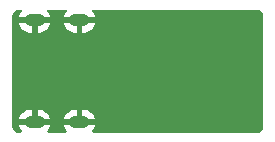
<source format=gbr>
%TF.GenerationSoftware,KiCad,Pcbnew,9.0.7*%
%TF.CreationDate,2026-02-05T00:19:01+08:00*%
%TF.ProjectId,usb_led,7573625f-6c65-4642-9e6b-696361645f70,v1.0.0*%
%TF.SameCoordinates,Original*%
%TF.FileFunction,Copper,L2,Bot*%
%TF.FilePolarity,Positive*%
%FSLAX46Y46*%
G04 Gerber Fmt 4.6, Leading zero omitted, Abs format (unit mm)*
G04 Created by KiCad (PCBNEW 9.0.7) date 2026-02-05 00:19:01*
%MOMM*%
%LPD*%
G01*
G04 APERTURE LIST*
%TA.AperFunction,HeatsinkPad*%
%ADD10O,1.700000X1.100000*%
%TD*%
%TA.AperFunction,ViaPad*%
%ADD11C,1.000000*%
%TD*%
G04 APERTURE END LIST*
D10*
%TO.P,J1,S1,SHIELD*%
%TO.N,GND*%
X6175000Y10035000D03*
X2375000Y10035000D03*
X6175000Y1395000D03*
X2375000Y1395000D03*
%TD*%
D11*
%TO.N,GND*%
X14605000Y9525000D03*
X14605000Y1905000D03*
X19685000Y1905000D03*
X2540000Y5715000D03*
X19685000Y9525000D03*
X10795000Y5715000D03*
%TD*%
%TA.AperFunction,Conductor*%
%TO.N,GND*%
G36*
X1252251Y10909815D02*
G01*
X1298006Y10857011D01*
X1307950Y10787853D01*
X1278925Y10724297D01*
X1272893Y10717819D01*
X1259413Y10704340D01*
X1259410Y10704336D01*
X1144505Y10532369D01*
X1144500Y10532359D01*
X1065351Y10341277D01*
X1065350Y10341275D01*
X1054157Y10285000D01*
X1908012Y10285000D01*
X1890795Y10275060D01*
X1834940Y10219205D01*
X1795444Y10150796D01*
X1775000Y10074496D01*
X1775000Y9995504D01*
X1795444Y9919204D01*
X1834940Y9850795D01*
X1890795Y9794940D01*
X1908012Y9785000D01*
X1054157Y9785000D01*
X1065350Y9728726D01*
X1065351Y9728724D01*
X1144500Y9537642D01*
X1144505Y9537632D01*
X1259410Y9365665D01*
X1259413Y9365661D01*
X1405660Y9219414D01*
X1405664Y9219411D01*
X1577631Y9104506D01*
X1577641Y9104501D01*
X1768725Y9025351D01*
X1768733Y9025349D01*
X1971579Y8985001D01*
X1971583Y8985000D01*
X2125000Y8985000D01*
X2125000Y9735000D01*
X2625000Y9735000D01*
X2625000Y8985000D01*
X2778417Y8985000D01*
X2778420Y8985001D01*
X2981266Y9025349D01*
X2981274Y9025351D01*
X3172358Y9104501D01*
X3172368Y9104506D01*
X3344335Y9219411D01*
X3344339Y9219414D01*
X3490586Y9365661D01*
X3490589Y9365665D01*
X3605494Y9537632D01*
X3605499Y9537642D01*
X3684648Y9728724D01*
X3684649Y9728726D01*
X3695843Y9785000D01*
X2841988Y9785000D01*
X2859205Y9794940D01*
X2915060Y9850795D01*
X2954556Y9919204D01*
X2975000Y9995504D01*
X2975000Y10074496D01*
X2954556Y10150796D01*
X2915060Y10219205D01*
X2859205Y10275060D01*
X2841988Y10285000D01*
X3695843Y10285000D01*
X3684649Y10341275D01*
X3684648Y10341277D01*
X3605499Y10532359D01*
X3605494Y10532369D01*
X3490589Y10704336D01*
X3490586Y10704340D01*
X3477107Y10717819D01*
X3443622Y10779142D01*
X3448606Y10848834D01*
X3490478Y10904767D01*
X3555942Y10929184D01*
X3564788Y10929500D01*
X4985212Y10929500D01*
X5052251Y10909815D01*
X5098006Y10857011D01*
X5107950Y10787853D01*
X5078925Y10724297D01*
X5072893Y10717819D01*
X5059413Y10704340D01*
X5059410Y10704336D01*
X4944505Y10532369D01*
X4944500Y10532359D01*
X4865351Y10341277D01*
X4865350Y10341275D01*
X4854157Y10285000D01*
X5708012Y10285000D01*
X5690795Y10275060D01*
X5634940Y10219205D01*
X5595444Y10150796D01*
X5575000Y10074496D01*
X5575000Y9995504D01*
X5595444Y9919204D01*
X5634940Y9850795D01*
X5690795Y9794940D01*
X5708012Y9785000D01*
X4854157Y9785000D01*
X4865350Y9728726D01*
X4865351Y9728724D01*
X4944500Y9537642D01*
X4944505Y9537632D01*
X5059410Y9365665D01*
X5059413Y9365661D01*
X5205660Y9219414D01*
X5205664Y9219411D01*
X5377631Y9104506D01*
X5377641Y9104501D01*
X5568725Y9025351D01*
X5568733Y9025349D01*
X5771579Y8985001D01*
X5771583Y8985000D01*
X5925000Y8985000D01*
X5925000Y9735000D01*
X6425000Y9735000D01*
X6425000Y8985000D01*
X6578417Y8985000D01*
X6578420Y8985001D01*
X6781266Y9025349D01*
X6781274Y9025351D01*
X6972358Y9104501D01*
X6972368Y9104506D01*
X7144335Y9219411D01*
X7144339Y9219414D01*
X7290586Y9365661D01*
X7290589Y9365665D01*
X7405494Y9537632D01*
X7405499Y9537642D01*
X7484648Y9728724D01*
X7484649Y9728726D01*
X7495843Y9785000D01*
X6641988Y9785000D01*
X6659205Y9794940D01*
X6715060Y9850795D01*
X6754556Y9919204D01*
X6775000Y9995504D01*
X6775000Y10074496D01*
X6754556Y10150796D01*
X6715060Y10219205D01*
X6659205Y10275060D01*
X6641988Y10285000D01*
X7495843Y10285000D01*
X7484649Y10341275D01*
X7484648Y10341277D01*
X7405499Y10532359D01*
X7405494Y10532369D01*
X7290589Y10704336D01*
X7290586Y10704340D01*
X7277107Y10717819D01*
X7243622Y10779142D01*
X7248606Y10848834D01*
X7290478Y10904767D01*
X7355942Y10929184D01*
X7364788Y10929500D01*
X21159108Y10929500D01*
X21218038Y10929500D01*
X21231922Y10928720D01*
X21322266Y10918541D01*
X21349331Y10912364D01*
X21428540Y10884648D01*
X21453553Y10872602D01*
X21524606Y10827957D01*
X21546313Y10810645D01*
X21605644Y10751314D01*
X21622957Y10729605D01*
X21667600Y10658556D01*
X21679648Y10633538D01*
X21707362Y10554334D01*
X21713540Y10527265D01*
X21723720Y10436924D01*
X21724500Y10423039D01*
X21724500Y1006962D01*
X21723720Y993078D01*
X21723720Y993077D01*
X21713540Y902736D01*
X21707362Y875667D01*
X21679648Y796463D01*
X21667600Y771445D01*
X21622957Y700396D01*
X21605644Y678687D01*
X21546313Y619356D01*
X21524604Y602043D01*
X21453555Y557400D01*
X21428537Y545352D01*
X21349333Y517638D01*
X21322264Y511460D01*
X21242075Y502424D01*
X21231921Y501280D01*
X21218038Y500500D01*
X7364788Y500500D01*
X7297749Y520185D01*
X7251994Y572989D01*
X7242050Y642147D01*
X7271075Y705703D01*
X7277107Y712181D01*
X7290586Y725661D01*
X7290589Y725665D01*
X7405494Y897632D01*
X7405499Y897642D01*
X7484648Y1088724D01*
X7484649Y1088726D01*
X7495843Y1145000D01*
X6641988Y1145000D01*
X6659205Y1154940D01*
X6715060Y1210795D01*
X6754556Y1279204D01*
X6775000Y1355504D01*
X6775000Y1434496D01*
X6754556Y1510796D01*
X6715060Y1579205D01*
X6659205Y1635060D01*
X6641988Y1645000D01*
X7495843Y1645000D01*
X7484649Y1701275D01*
X7484648Y1701277D01*
X7405499Y1892359D01*
X7405494Y1892369D01*
X7290589Y2064336D01*
X7290586Y2064340D01*
X7144339Y2210587D01*
X7144335Y2210590D01*
X6972368Y2325495D01*
X6972358Y2325500D01*
X6781274Y2404650D01*
X6781266Y2404652D01*
X6578420Y2445000D01*
X6425000Y2445000D01*
X6425000Y1695000D01*
X5925000Y1695000D01*
X5925000Y2445000D01*
X5771579Y2445000D01*
X5568733Y2404652D01*
X5568725Y2404650D01*
X5377641Y2325500D01*
X5377631Y2325495D01*
X5205664Y2210590D01*
X5205660Y2210587D01*
X5059413Y2064340D01*
X5059410Y2064336D01*
X4944505Y1892369D01*
X4944500Y1892359D01*
X4865351Y1701277D01*
X4865350Y1701275D01*
X4854157Y1645000D01*
X5708012Y1645000D01*
X5690795Y1635060D01*
X5634940Y1579205D01*
X5595444Y1510796D01*
X5575000Y1434496D01*
X5575000Y1355504D01*
X5595444Y1279204D01*
X5634940Y1210795D01*
X5690795Y1154940D01*
X5708012Y1145000D01*
X4854157Y1145000D01*
X4865350Y1088726D01*
X4865351Y1088724D01*
X4944500Y897642D01*
X4944505Y897632D01*
X5059410Y725665D01*
X5059413Y725661D01*
X5072893Y712181D01*
X5106378Y650858D01*
X5101394Y581166D01*
X5059522Y525233D01*
X4994058Y500816D01*
X4985212Y500500D01*
X3564788Y500500D01*
X3497749Y520185D01*
X3451994Y572989D01*
X3442050Y642147D01*
X3471075Y705703D01*
X3477107Y712181D01*
X3490586Y725661D01*
X3490589Y725665D01*
X3605494Y897632D01*
X3605499Y897642D01*
X3684648Y1088724D01*
X3684649Y1088726D01*
X3695843Y1145000D01*
X2841988Y1145000D01*
X2859205Y1154940D01*
X2915060Y1210795D01*
X2954556Y1279204D01*
X2975000Y1355504D01*
X2975000Y1434496D01*
X2954556Y1510796D01*
X2915060Y1579205D01*
X2859205Y1635060D01*
X2841988Y1645000D01*
X3695843Y1645000D01*
X3684649Y1701275D01*
X3684648Y1701277D01*
X3605499Y1892359D01*
X3605494Y1892369D01*
X3490589Y2064336D01*
X3490586Y2064340D01*
X3344339Y2210587D01*
X3344335Y2210590D01*
X3172368Y2325495D01*
X3172358Y2325500D01*
X2981274Y2404650D01*
X2981266Y2404652D01*
X2778420Y2445000D01*
X2625000Y2445000D01*
X2625000Y1695000D01*
X2125000Y1695000D01*
X2125000Y2445000D01*
X1971579Y2445000D01*
X1768733Y2404652D01*
X1768725Y2404650D01*
X1577641Y2325500D01*
X1577631Y2325495D01*
X1405664Y2210590D01*
X1405660Y2210587D01*
X1259413Y2064340D01*
X1259410Y2064336D01*
X1144505Y1892369D01*
X1144500Y1892359D01*
X1065351Y1701277D01*
X1065350Y1701275D01*
X1054157Y1645000D01*
X1908012Y1645000D01*
X1890795Y1635060D01*
X1834940Y1579205D01*
X1795444Y1510796D01*
X1775000Y1434496D01*
X1775000Y1355504D01*
X1795444Y1279204D01*
X1834940Y1210795D01*
X1890795Y1154940D01*
X1908012Y1145000D01*
X1054157Y1145000D01*
X1065350Y1088726D01*
X1065351Y1088724D01*
X1144500Y897642D01*
X1144505Y897632D01*
X1259410Y725665D01*
X1259413Y725661D01*
X1272893Y712181D01*
X1283505Y692745D01*
X1298006Y676011D01*
X1299922Y662680D01*
X1306378Y650858D01*
X1304798Y628772D01*
X1307950Y606853D01*
X1302354Y594602D01*
X1301394Y581166D01*
X1288123Y563440D01*
X1278925Y543297D01*
X1267593Y536015D01*
X1259522Y525233D01*
X1238776Y517496D01*
X1220147Y505523D01*
X1198228Y502372D01*
X1194058Y500816D01*
X1185212Y500500D01*
X1006962Y500500D01*
X993078Y501280D01*
X980553Y502692D01*
X902735Y511460D01*
X875666Y517638D01*
X796462Y545352D01*
X771444Y557400D01*
X700395Y602043D01*
X678686Y619356D01*
X619355Y678687D01*
X602042Y700396D01*
X598707Y705703D01*
X557398Y771447D01*
X545351Y796463D01*
X517637Y875667D01*
X511459Y902737D01*
X501280Y993078D01*
X500500Y1006962D01*
X500500Y10423039D01*
X501280Y10436923D01*
X501280Y10436924D01*
X511460Y10527271D01*
X517635Y10554330D01*
X545353Y10633544D01*
X557396Y10658550D01*
X602046Y10729611D01*
X619351Y10751310D01*
X678690Y10810649D01*
X700389Y10827954D01*
X771450Y10872604D01*
X796456Y10884647D01*
X875670Y10912365D01*
X902733Y10918541D01*
X965419Y10925604D01*
X993079Y10928720D01*
X1006962Y10929500D01*
X1065892Y10929500D01*
X1185212Y10929500D01*
X1252251Y10909815D01*
G37*
%TD.AperFunction*%
%TD*%
M02*

</source>
